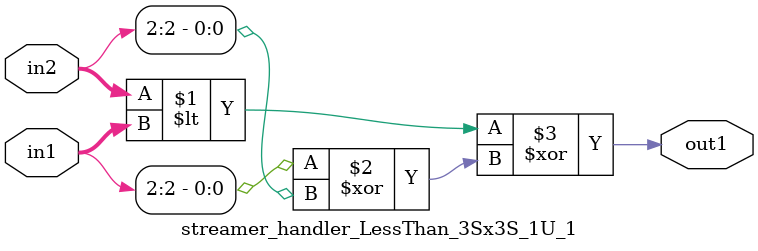
<source format=v>

`timescale 1ps / 1ps


module streamer_handler_LessThan_3Sx3S_1U_1( in2, in1, out1 );

    input [2:0] in2;
    input [2:0] in1;
    output out1;

    
    // rtl_process:streamer_handler_LessThan_3Sx3S_1U_1/streamer_handler_LessThan_3Sx3S_1U_1_thread_1
    assign out1 = (in2 < in1 ^ (in1[2] ^ in2[2]));

endmodule


</source>
